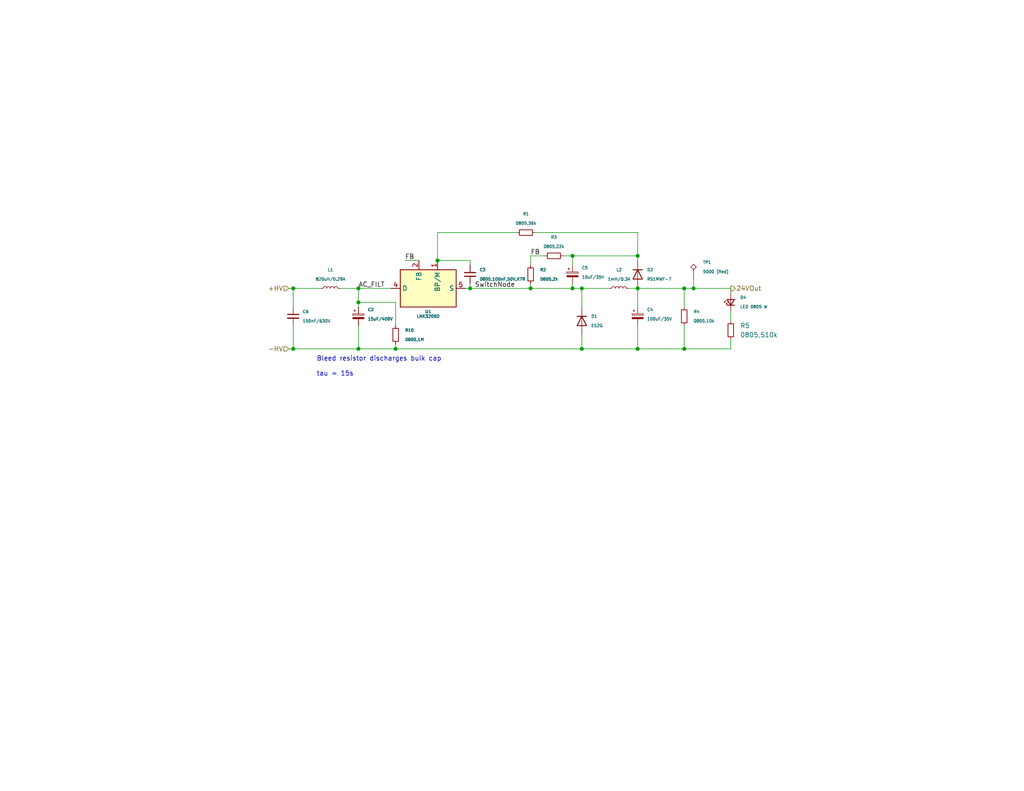
<source format=kicad_sch>
(kicad_sch (version 20230121) (generator eeschema)
  (paper "USLetter")
  (title_block (date "2023-12-30") (rev "A02"))
  (lib_symbols
    (symbol "Connector:TestPoint_Alt" (pin_numbers hide) (pin_names (offset 0.762) hide)
      (property "Reference" "TP" (at 0 6.858 0))
      (property "Value" "TestPoint_Alt" (at 0 5.08 0))
      (symbol "TestPoint_Alt_0_1"
        (polyline (pts (xy 0 2.54) (xy -0.762 3.302) (xy 0 4.064) (xy 0.762 3.302) (xy 0 2.54)))
      )
      (symbol "TestPoint_Alt_1_1"
        (pin passive line (at 0 0 90) (length 2.54) (name "1") (number "1"))
      )
    )
    (symbol "Device:C_Polarized_Small" (pin_numbers hide) (pin_names (offset 0.254) hide)
      (property "Reference" "C" (at 0.254 1.778 0))
      (property "Value" "C_Polarized_Small" (at 0.254 -2.032 0))
      (symbol "C_Polarized_Small_0_1"
        (rectangle (start -1.524 -0.3048) (end 1.524 -0.6858) (fill (type outline)))
        (rectangle (start -1.524 0.6858) (end 1.524 0.3048))
        (polyline (pts (xy -1.27 1.524) (xy -0.762 1.524)))
        (polyline (pts (xy -1.016 1.27) (xy -1.016 1.778)))
      )
      (symbol "C_Polarized_Small_1_1"
        (pin passive line (at 0 2.54 270) (length 1.8542) (name "~") (number "1"))
        (pin passive line (at 0 -2.54 90) (length 1.8542) (name "~") (number "2"))
      )
    )
    (symbol "Device:C_Small" (pin_numbers hide) (pin_names (offset 0.254) hide)
      (property "Reference" "C" (at 0.254 1.778 0))
      (property "Value" "C_Small" (at 0.254 -2.032 0))
      (symbol "C_Small_0_1"
        (polyline (pts (xy -1.524 -0.508) (xy 1.524 -0.508)) (stroke (width 0.3302)))
        (polyline (pts (xy -1.524 0.508) (xy 1.524 0.508)) (stroke (width 0.3048)))
      )
      (symbol "C_Small_1_1"
        (pin passive line (at 0 2.54 270) (length 2.032) (name "~") (number "1"))
        (pin passive line (at 0 -2.54 90) (length 2.032) (name "~") (number "2"))
      )
    )
    (symbol "Device:LED_Small" (pin_numbers hide) (pin_names (offset 0.254) hide)
      (property "Reference" "D" (at -1.27 3.175 0))
      (property "Value" "LED_Small" (at -4.445 -2.54 0))
      (symbol "LED_Small_0_1"
        (polyline (pts (xy -0.762 -1.016) (xy -0.762 1.016)) (stroke (width 0.254)))
        (polyline (pts (xy 1.016 0) (xy -0.762 0)))
        (polyline (pts (xy 0.762 -1.016) (xy -0.762 0) (xy 0.762 1.016) (xy 0.762 -1.016)) (stroke (width 0.254)))
        (polyline (pts (xy 0 0.762) (xy -0.508 1.27) (xy -0.254 1.27) (xy -0.508 1.27) (xy -0.508 1.016)))
        (polyline (pts (xy 0.508 1.27) (xy 0 1.778) (xy 0.254 1.778) (xy 0 1.778) (xy 0 1.524)))
      )
      (symbol "LED_Small_1_1"
        (pin passive line (at -2.54 0 0) (length 1.778) (name "K") (number "1"))
        (pin passive line (at 2.54 0 180) (length 1.778) (name "A") (number "2"))
      )
    )
    (symbol "Device:L_Small" (pin_numbers hide) (pin_names (offset 0.254) hide)
      (property "Reference" "L" (at 0.762 1.016 0))
      (property "Value" "L_Small" (at 0.762 -1.016 0))
      (symbol "L_Small_0_1"
        (arc (start 0 -2.032) (mid 0.5058 -1.524) (end 0 -1.016))
        (arc (start 0 -1.016) (mid 0.5058 -0.508) (end 0 0))
        (arc (start 0 0) (mid 0.5058 0.508) (end 0 1.016))
        (arc (start 0 1.016) (mid 0.5058 1.524) (end 0 2.032))
      )
      (symbol "L_Small_1_1"
        (pin passive line (at 0 2.54 270) (length 0.508) (name "~") (number "1"))
        (pin passive line (at 0 -2.54 90) (length 0.508) (name "~") (number "2"))
      )
    )
    (symbol "Diode:1N4005" (pin_numbers hide) (pin_names hide)
      (property "Reference" "D" (at 0 2.54 0))
      (property "Value" "1N4005" (at 0 -2.54 0))
      (symbol "1N4005_0_1"
        (polyline (pts (xy -1.27 1.27) (xy -1.27 -1.27)) (stroke (width 0.254)))
        (polyline (pts (xy 1.27 0) (xy -1.27 0)))
        (polyline (pts (xy 1.27 1.27) (xy 1.27 -1.27) (xy -1.27 0) (xy 1.27 1.27)) (stroke (width 0.254)))
      )
      (symbol "1N4005_1_1"
        (pin passive line (at -3.81 0 0) (length 2.54) (name "K") (number "1"))
        (pin passive line (at 3.81 0 180) (length 2.54) (name "A") (number "2"))
      )
    )
    (symbol "Diode:US2GA" (pin_numbers hide) (pin_names hide)
      (property "Reference" "D" (at 0 2.54 0))
      (property "Value" "US2GA" (at 0 -2.54 0))
      (symbol "US2GA_0_1"
        (polyline (pts (xy -1.27 1.27) (xy -1.27 -1.27)) (stroke (width 0.254)))
        (polyline (pts (xy 1.27 0) (xy -1.27 0)))
        (polyline (pts (xy 1.27 1.27) (xy 1.27 -1.27) (xy -1.27 0) (xy 1.27 1.27)) (stroke (width 0.254)))
      )
      (symbol "US2GA_1_1"
        (pin passive line (at -3.81 0 0) (length 2.54) (name "K") (number "1"))
        (pin passive line (at 3.81 0 180) (length 2.54) (name "A") (number "2"))
      )
    )
    (symbol "Regulator_Switching:LNK3206P"
      (property "Reference" "U" (at 0 -6.35 0))
      (property "Value" "LNK3206P" (at 0 -8.89 0))
      (symbol "LNK3206P_0_1"
        (rectangle (start -7.62 5.08) (end 7.62 -5.08) (stroke (width 0.254)) (fill (type background)))
      )
      (symbol "LNK3206P_1_1"
        (pin input line (at 2.54 7.62 270) (length 2.54) (name "BP/M") (number "1"))
        (pin input line (at -2.54 7.62 270) (length 2.54) (name "FB") (number "2"))
        (pin open_collector line (at -10.16 0 0) (length 2.54) (name "D") (number "4"))
        (pin power_in line (at 10.16 0 180) (length 2.54) (name "S") (number "5"))
        (pin passive line (at 10.16 0 180) (length 2.54) hide (name "S") (number "6"))
        (pin passive line (at 10.16 0 180) (length 2.54) hide (name "S") (number "7"))
        (pin passive line (at 10.16 0 180) (length 2.54) hide (name "S") (number "8"))
      )
    )
    (symbol "jlcpcb-basic-capacitor:0805,100nF,50V,X7R "
      (property "Reference" "C" (at 1.71 0.508 0))
      (property "Value" "0805,100nF,50V,X7R " (at 1.71 -1.016 0))
      (symbol "0805,100nF,50V,X7R _0_0"
        (polyline (pts (xy -1.524 -0.508) (xy 1.524 -0.508)) (stroke (width 0.3048)))
        (polyline (pts (xy -1.524 0.508) (xy 1.524 0.508)) (stroke (width 0.3048)))
        (pin passive line (at 0 2.54 270) (length 2.032) (name "~") (number "1"))
        (pin passive line (at 0 -2.54 90) (length 2.032) (name "~") (number "2"))
      )
    )
    (symbol "jlcpcb-basic-resistor:0805,10k"
      (property "Reference" "R" (at 0.762 0.508 0))
      (property "Value" "0805,10k" (at 0.762 -1.016 0))
      (symbol "0805,10k_0_0"
        (rectangle (start -0.762 1.778) (end 0.762 -1.778) (stroke (width 0.2032)))
        (pin passive line (at 0 2.54 270) (length 0.762) (name "~") (number "1"))
        (pin passive line (at 0 -2.54 90) (length 0.762) (name "~") (number "2"))
      )
    )
    (symbol "jlcpcb-basic-resistor:0805,1M"
      (property "Reference" "R" (at 0.762 0.508 0))
      (property "Value" "0805,1M" (at 0.762 -1.016 0))
      (symbol "0805,1M_0_0"
        (rectangle (start -0.762 1.778) (end 0.762 -1.778) (stroke (width 0.2032)))
        (pin passive line (at 0 2.54 270) (length 0.762) (name "~") (number "1"))
        (pin passive line (at 0 -2.54 90) (length 0.762) (name "~") (number "2"))
      )
    )
    (symbol "jlcpcb-basic-resistor:0805,22k"
      (property "Reference" "R" (at 0.762 0.508 0))
      (property "Value" "0805,22k" (at 0.762 -1.016 0))
      (symbol "0805,22k_0_0"
        (rectangle (start -0.762 1.778) (end 0.762 -1.778) (stroke (width 0.2032)))
        (pin passive line (at 0 2.54 270) (length 0.762) (name "~") (number "1"))
        (pin passive line (at 0 -2.54 90) (length 0.762) (name "~") (number "2"))
      )
    )
    (symbol "jlcpcb-basic-resistor:0805,2k"
      (property "Reference" "R" (at 0.762 0.508 0))
      (property "Value" "0805,2k" (at 0.762 -1.016 0))
      (symbol "0805,2k_0_0"
        (rectangle (start -0.762 1.778) (end 0.762 -1.778) (stroke (width 0.2032)))
        (pin passive line (at 0 2.54 270) (length 0.762) (name "~") (number "1"))
        (pin passive line (at 0 -2.54 90) (length 0.762) (name "~") (number "2"))
      )
    )
    (symbol "jlcpcb-basic-resistor:0805,36k"
      (property "Reference" "R" (at 0.762 0.508 0))
      (property "Value" "0805,36k" (at 0.762 -1.016 0))
      (symbol "0805,36k_0_0"
        (rectangle (start -0.762 1.778) (end 0.762 -1.778) (stroke (width 0.2032)))
        (pin passive line (at 0 2.54 270) (length 0.762) (name "~") (number "1"))
        (pin passive line (at 0 -2.54 90) (length 0.762) (name "~") (number "2"))
      )
    )
    (symbol "jlcpcb-basic-resistor:0805,510k"
      (property "Reference" "R" (at 0.762 0.508 0))
      (property "Value" "0805,510k" (at 0.762 -1.016 0))
      (symbol "0805,510k_0_0"
        (rectangle (start -0.762 1.778) (end 0.762 -1.778) (stroke (width 0.2032)))
        (pin passive line (at 0 2.54 270) (length 0.762) (name "~") (number "1"))
        (pin passive line (at 0 -2.54 90) (length 0.762) (name "~") (number "2"))
      )
    )
  )
  (junction (at 80.01 78.74))
  (junction (at 128.27 78.74))
  (junction (at 173.99 95.25))
  (junction (at 189.23 78.74))
  (junction (at 97.79 78.74))
  (junction (at 173.99 69.85))
  (junction (at 173.99 78.74))
  (junction (at 107.95 95.25))
  (junction (at 156.21 69.85))
  (junction (at 158.75 95.25))
  (junction (at 97.79 95.25))
  (junction (at 80.01 95.25))
  (junction (at 144.78 78.74))
  (junction (at 186.69 95.25))
  (junction (at 97.79 82.55))
  (junction (at 186.69 78.74))
  (junction (at 158.75 78.74))
  (junction (at 119.38 71.12))
  (junction (at 156.21 78.74))
  (wire (pts (xy 173.99 69.85) (xy 156.21 69.85)))
  (wire (pts (xy 128.27 71.12) (xy 128.27 72.39)))
  (wire (pts (xy 186.69 78.74) (xy 189.23 78.74)))
  (wire (pts (xy 173.99 69.85) (xy 173.99 71.12)))
  (wire (pts (xy 92.71 78.74) (xy 97.79 78.74)))
  (wire (pts (xy 127 78.74) (xy 128.27 78.74)))
  (wire (pts (xy 119.38 63.5) (xy 119.38 71.12)))
  (wire (pts (xy 171.45 78.74) (xy 173.99 78.74)))
  (wire (pts (xy 158.75 91.44) (xy 158.75 95.25)))
  (wire (pts (xy 97.79 78.74) (xy 106.68 78.74)))
  (wire (pts (xy 156.21 77.47) (xy 156.21 78.74)))
  (wire (pts (xy 140.97 63.5) (xy 119.38 63.5)))
  (wire (pts (xy 156.21 78.74) (xy 158.75 78.74)))
  (wire (pts (xy 173.99 78.74) (xy 186.69 78.74)))
  (wire (pts (xy 199.39 80.01) (xy 199.39 78.74)))
  (wire (pts (xy 80.01 78.74) (xy 80.01 83.82)))
  (wire (pts (xy 173.99 63.5) (xy 173.99 69.85)))
  (wire (pts (xy 186.69 83.82) (xy 186.69 78.74)))
  (wire (pts (xy 97.79 88.9) (xy 97.79 95.25)))
  (wire (pts (xy 97.79 95.25) (xy 107.95 95.25)))
  (wire (pts (xy 144.78 77.47) (xy 144.78 78.74)))
  (wire (pts (xy 199.39 92.71) (xy 199.39 95.25)))
  (wire (pts (xy 173.99 88.9) (xy 173.99 95.25)))
  (wire (pts (xy 189.23 76.2) (xy 189.23 78.74)))
  (wire (pts (xy 144.78 69.85) (xy 144.78 72.39)))
  (wire (pts (xy 107.95 88.9) (xy 107.95 82.55)))
  (wire (pts (xy 80.01 95.25) (xy 97.79 95.25)))
  (wire (pts (xy 186.69 88.9) (xy 186.69 95.25)))
  (wire (pts (xy 173.99 83.82) (xy 173.99 78.74)))
  (wire (pts (xy 97.79 78.74) (xy 97.79 82.55)))
  (wire (pts (xy 128.27 78.74) (xy 144.78 78.74)))
  (wire (pts (xy 189.23 78.74) (xy 199.39 78.74)))
  (wire (pts (xy 107.95 95.25) (xy 158.75 95.25)))
  (wire (pts (xy 128.27 78.74) (xy 128.27 77.47)))
  (wire (pts (xy 158.75 95.25) (xy 173.99 95.25)))
  (wire (pts (xy 158.75 78.74) (xy 166.37 78.74)))
  (wire (pts (xy 78.74 78.74) (xy 80.01 78.74)))
  (wire (pts (xy 78.74 95.25) (xy 80.01 95.25)))
  (wire (pts (xy 146.05 63.5) (xy 173.99 63.5)))
  (wire (pts (xy 80.01 88.9) (xy 80.01 95.25)))
  (wire (pts (xy 144.78 78.74) (xy 156.21 78.74)))
  (wire (pts (xy 156.21 69.85) (xy 153.67 69.85)))
  (wire (pts (xy 186.69 95.25) (xy 199.39 95.25)))
  (wire (pts (xy 110.49 71.12) (xy 114.3 71.12)))
  (wire (pts (xy 148.59 69.85) (xy 144.78 69.85)))
  (wire (pts (xy 156.21 69.85) (xy 156.21 72.39)))
  (wire (pts (xy 158.75 78.74) (xy 158.75 83.82)))
  (wire (pts (xy 199.39 85.09) (xy 199.39 87.63)))
  (wire (pts (xy 107.95 93.98) (xy 107.95 95.25)))
  (wire (pts (xy 128.27 71.12) (xy 119.38 71.12)))
  (wire (pts (xy 186.69 95.25) (xy 173.99 95.25)))
  (wire (pts (xy 107.95 82.55) (xy 97.79 82.55)))
  (wire (pts (xy 80.01 78.74) (xy 87.63 78.74)))
  (wire (pts (xy 97.79 82.55) (xy 97.79 83.82)))
  (text "Bleed resistor discharges bulk cap\n\ntau = 15s" (at 86.36 102.87 0) (effects (font (size 1.27 1.27)) (justify left bottom)))
  (label "FB" (at 110.49 71.12 0))
  (label "AC_FILT" (at 97.79 78.74 0))
  (label "SwitchNode" (at 129.54 78.74 0))
  (label "FB" (at 144.78 69.85 0))
  (hierarchical_label "-HV" (shape input) (at 78.74 95.25 180))
  (hierarchical_label "24VOut" (shape output) (at 199.39 78.74 0))
  (hierarchical_label "+HV" (shape input) (at 78.74 78.74 180))
  (symbol (lib_id "Connector:TestPoint_Alt") (at 189.23 76.2 0) (unit 1)
    (property "Reference" "TP1" (at 191.77 71.628 0) (effects (font (size 0.8 0.8)) (justify left)))
    (property "Value" "5000 (Red)" (at 191.77 74.168 0) (effects (font (size 0.8 0.8)) (justify left)))
    (property "Footprint" "TestPoint:TestPoint_Keystone_5000-5004_Miniature" (effects hide))
    (property "Datasheet" "https://www.lcsc.com/product-detail/Thimble-Copper-Rod-Test-Ring_ronghe-RH-5000_C5277086.html" (effects hide))
    (property "LCSC" "C5277086" (effects hide))
  )
  (symbol (lib_id "Diode:1N4005") (at 173.99 74.93 270) (unit 1)
    (property "Reference" "D2" (at 176.53 73.66 90) (effects (font (size 0.8 0.8)) (justify left)))
    (property "Value" "RS1MWF-7" (at 176.53 76.2 90) (effects (font (size 0.8 0.8)) (justify left)))
    (property "Footprint" "Diode_SMD:D_SOD-123F" (effects hide))
    (property "Datasheet" "https://datasheet.lcsc.com/lcsc/1912111437_Diodes-Incorporated-RS1MWF-7_C460736.pdf" (effects hide))
    (property "LCSC" "C460736" (effects hide))
  )
  (symbol (lib_id "Device:LED_Small") (at 199.39 82.55 90) (unit 1)
    (property "Reference" "D4" (at 201.93 81.2165 90) (effects (font (size 0.8 0.8)) (justify right)))
    (property "Value" "LED 0805 W" (at 201.93 83.7565 90) (effects (font (size 0.8 0.8)) (justify right)))
    (property "Footprint" "LED_SMD:LED_0805_2012Metric" (effects hide))
    (property "Datasheet" "https://datasheet.lcsc.com/lcsc/2305091500_Hubei-KENTO-Elec-KT-0805W_C34499.pdf" (effects hide))
    (property "LCSC" "C34499" (effects hide))
    (instances (project "Off-Line-RGB-LED-Driver" (path "" (reference "D4") (unit 1)) (path "" (reference "D3") (unit 1))))
  )
  (symbol (lib_id "jlcpcb-basic-resistor:0805,510k") (at 199.39 90.17 0) (unit 1)
    (property "Reference" "R5" (at 201.93 88.9 0) (effects (justify left)))
    (property "Value" "0805,510k" (at 201.93 91.44 0) (effects (justify left)))
    (property "Footprint" "R_0805_2012Metric" (effects hide))
    (property "Datasheet" "https://datasheet.lcsc.com/lcsc/2110251830_UNI-ROYAL-Uniroyal-Elec-0805W8F5103T5E_C17733.pdf" (effects hide))
    (property "LCSC" "C17733" (effects hide))
    (property "MFG" "UNI-ROYAL(Uniroyal Elec)" (effects hide))
    (property "MFGPN" "0805W8F5103T5E" (effects hide))
  )
  (symbol (lib_id "jlcpcb-basic-resistor:0805,36k") (at 143.51 63.5 90) (unit 1)
    (property "Reference" "R1" (at 143.51 58.42 90) (effects (font (size 0.8 0.8))))
    (property "Value" "0805,36k" (at 143.51 60.96 90) (effects (font (size 0.8 0.8))))
    (property "Footprint" "R_0805_2012Metric" (effects hide))
    (property "Datasheet" "https://datasheet.lcsc.com/lcsc/2110251730_UNI-ROYAL-Uniroyal-Elec-0805W8F3602T5E_C4360.pdf" (effects hide))
    (property "LCSC" "C4360" (effects hide))
    (property "MFG" "UNI-ROYAL(Uniroyal Elec)" (effects hide))
    (property "MFGPN" "0805W8F3602T5E" (effects hide))
  )
  (symbol (lib_id "Device:L_Small") (at 168.91 78.74 90) (unit 1)
    (property "Reference" "L2" (at 168.91 73.66 90) (effects (font (size 0.8 0.8))))
    (property "Value" "1mH/0.3A" (at 168.91 76.2 90) (effects (font (size 0.8 0.8))))
    (property "Footprint" "Inductor_THT:L_Radial_D9.5mm_P5.00mm_Fastron_07HVP" (effects hide))
    (property "Datasheet" "https://datasheet.lcsc.com/lcsc/2111181830_PROD-Tech-PDPTAT0810-102K_C2915649.pdf" (effects hide))
    (property "LCSC" "C2915649" (effects hide))
  )
  (symbol (lib_id "Device:C_Small") (at 80.01 86.36 0) (unit 1)
    (property "Reference" "C6" (at 82.55 85.0963 0) (effects (font (size 0.8 0.8)) (justify left)))
    (property "Value" "150nF/630V" (at 82.55 87.6363 0) (effects (font (size 0.8 0.8)) (justify left)))
    (property "Footprint" "Capacitor_THT:C_Rect_L13.0mm_W8.0mm_P10.00mm_FKS3_FKP3_MKS4" (effects hide))
    (property "Datasheet" "https://datasheet.lcsc.com/lcsc/2304140030_XIAMEN-FARATRONIC-C222J154K40C000_C280336.pdf" (effects hide))
    (property "LCSC" "C280336" (effects hide))
  )
  (symbol (lib_id "Device:L_Small") (at 90.17 78.74 90) (unit 1)
    (property "Reference" "L1" (at 90.17 73.66 90) (effects (font (size 0.8 0.8))))
    (property "Value" "820uH/0.29A" (at 90.17 76.2 90) (effects (font (size 0.8 0.8))))
    (property "Footprint" "Inductor_THT:L_Axial_L12.0mm_D5.0mm_P15.24mm_Horizontal_Fastron_MISC" (effects hide))
    (property "Datasheet" "https://datasheet.lcsc.com/lcsc/2212281609_XR-XR0510-821_C5339352.pdf" (effects hide))
    (property "LCSC" "C5339352" (effects hide))
  )
  (symbol (lib_id "jlcpcb-basic-resistor:0805,2k") (at 144.78 74.93 0) (unit 1)
    (property "Reference" "R2" (at 147.32 73.66 0) (effects (font (size 0.8 0.8)) (justify left)))
    (property "Value" "0805,2k" (at 147.32 76.2 0) (effects (font (size 0.8 0.8)) (justify left)))
    (property "Footprint" "R_0805_2012Metric" (effects hide))
    (property "Datasheet" "https://datasheet.lcsc.com/lcsc/2110251830_UNI-ROYAL-Uniroyal-Elec-0805W8F2001T5E_C17604.pdf" (effects hide))
    (property "LCSC" "C17604" (effects hide))
    (property "MFG" "UNI-ROYAL(Uniroyal Elec)" (effects hide))
    (property "MFGPN" "0805W8F2001T5E" (effects hide))
  )
  (symbol (lib_id "Regulator_Switching:LNK3206P") (at 116.84 78.74 0) (unit 1)
    (property "Reference" "U1" (at 116.84 85.09 0) (effects (font (size 0.8 0.8))))
    (property "Value" "LNK3206D" (at 116.84 86.36 0) (effects (font (size 0.8 0.8))))
    (property "Footprint" "Package_SO:PowerIntegrations_SO-8C" (effects hide))
    (property "Datasheet" "https://www.lcsc.com/product-detail/AC-DC-Controllers-Regulators_POWER-INTEGRATIONS-LNK3206D-TL_C2987730.html" (effects hide))
    (property "LCSC" "C2987730" (effects hide))
  )
  (symbol (lib_id "jlcpcb-basic-resistor:0805,1M") (at 107.95 91.44 0) (unit 1)
    (property "Reference" "R10" (at 110.49 90.17 0) (effects (font (size 0.8 0.8)) (justify left)))
    (property "Value" "0805,1M" (at 110.49 92.71 0) (effects (font (size 0.8 0.8)) (justify left)))
    (property "Footprint" "R_0805_2012Metric" (effects hide))
    (property "Datasheet" "https://datasheet.lcsc.com/lcsc/2110251730_UNI-ROYAL-Uniroyal-Elec-0805W8F1004T5E_C17514.pdf" (effects hide))
    (property "LCSC" "C17514" (effects hide))
    (property "MFG" "UNI-ROYAL(Uniroyal Elec)" (effects hide))
    (property "MFGPN" "0805W8F1004T5E" (effects hide))
  )
  (symbol (lib_id "jlcpcb-basic-resistor:0805,10k") (at 186.69 86.36 0) (unit 1)
    (property "Reference" "R4" (at 189.23 85.09 0) (effects (font (size 0.8 0.8)) (justify left)))
    (property "Value" "0805,10k" (at 189.23 87.63 0) (effects (font (size 0.8 0.8)) (justify left)))
    (property "Footprint" "R_0805_2012Metric" (effects hide))
    (property "Datasheet" "https://datasheet.lcsc.com/lcsc/2110251730_UNI-ROYAL-Uniroyal-Elec-0805W8F1002T5E_C17414.pdf" (effects hide))
    (property "LCSC" "C17414" (effects hide))
    (property "MFG" "UNI-ROYAL(Uniroyal Elec)" (effects hide))
    (property "MFGPN" "0805W8F1002T5E" (effects hide))
  )
  (symbol (lib_id "jlcpcb-basic-capacitor:0805,100nF,50V,X7R ") (at 128.27 74.93 0) (unit 1)
    (property "Reference" "C3" (at 130.81 73.66 0) (effects (font (size 0.8 0.8)) (justify left)))
    (property "Value" "0805,100nF,50V,X7R " (at 130.81 76.2 0) (effects (font (size 0.8 0.8)) (justify left)))
    (property "Footprint" "C_0805_2012Metric" (effects hide))
    (property "Datasheet" "https://datasheet.lcsc.com/lcsc/1810101813_YAGEO-CC0805KRX7R9BB104_C49678.pdf" (effects hide))
    (property "LCSC" "C49678" (effects hide))
    (property "MFGPN" "CC0805KRX7R9BB104" (effects hide))
  )
  (symbol (lib_id "Device:C_Polarized_Small") (at 173.99 86.36 0) (unit 1)
    (property "Reference" "C4" (at 176.53 84.5439 0) (effects (font (size 0.8 0.8)) (justify left)))
    (property "Value" "100uF/35V" (at 176.53 87.0839 0) (effects (font (size 0.8 0.8)) (justify left)))
    (property "Footprint" "Capacitor_THT:C_Radial_D6.3mm_H11.0mm_P2.50mm" (effects hide))
    (property "Datasheet" "https://www.lcsc.com/product-detail/Aluminum-Electrolytic-Capacitors-Leaded_CX-Dongguan-Chengxing-Elec-GR107M035E11RR0VH4FP0_C45075.html" (effects hide))
    (property "LCSC" "C45075" (effects hide))
    (instances (project "Off-Line-RGB-LED-Driver" (path "" (reference "C4") (unit 1)) (path "" (reference "C5") (unit 1))))
  )
  (symbol (lib_id "Device:C_Polarized_Small") (at 97.79 86.36 0) (unit 1)
    (property "Reference" "C2" (at 100.33 84.5439 0) (effects (font (size 0.8 0.8)) (justify left)))
    (property "Value" "15uF/400V" (at 100.33 87.0839 0) (effects (font (size 0.8 0.8)) (justify left)))
    (property "Footprint" "Capacitor_THT:CP_Radial_D8.0mm_P3.50mm" (effects hide))
    (property "Datasheet" "https://datasheet.lcsc.com/lcsc/2304140030_AISHI-Aihua-Group-ERK2GM150F14OT_C106583.pdf" (effects hide))
    (property "LCSC" "C106583" (effects hide))
    (property "MFGPN" "ERK2GM150F14OT" (effects hide))
  )
  (symbol (lib_id "Device:C_Polarized_Small") (at 156.21 74.93 0) (unit 1)
    (property "Reference" "C5" (at 158.75 73.1139 0) (effects (font (size 0.8 0.8)) (justify left)))
    (property "Value" "10uF/35V" (at 158.75 75.6539 0) (effects (font (size 0.8 0.8)) (justify left)))
    (property "Footprint" "Capacitor_SMD:CP_Elec_6.3x5.4" (effects hide))
    (property "Datasheet" "https://datasheet.lcsc.com/lcsc/2304140030_ROQANG-RVT1H100M0605_C72488.pdf" (effects hide))
    (property "LCSC" "C72488" (effects hide))
    (instances (project "Off-Line-RGB-LED-Driver" (path "" (reference "C5") (unit 1)) (path "" (reference "C4") (unit 1))))
  )
  (symbol (lib_id "jlcpcb-basic-resistor:0805,22k") (at 151.13 69.85 90) (unit 1)
    (property "Reference" "R3" (at 151.13 64.77 90) (effects (font (size 0.8 0.8))))
    (property "Value" "0805,22k" (at 151.13 67.31 90) (effects (font (size 0.8 0.8))))
    (property "Footprint" "R_0805_2012Metric" (effects hide))
    (property "Datasheet" "https://datasheet.lcsc.com/lcsc/2110251830_UNI-ROYAL-Uniroyal-Elec-0805W8F2202T5E_C17560.pdf" (effects hide))
    (property "LCSC" "C17560" (effects hide))
    (property "MFG" "UNI-ROYAL(Uniroyal Elec)" (effects hide))
    (property "MFGPN" "0805W8F2202T5E" (effects hide))
  )
  (symbol (lib_id "Diode:US2GA") (at 158.75 87.63 270) (unit 1)
    (property "Reference" "D1" (at 161.29 86.36 90) (effects (font (size 0.8 0.8)) (justify left)))
    (property "Value" "ES2G" (at 161.29 88.9 90) (effects (font (size 0.8 0.8)) (justify left)))
    (property "Footprint" "Diode_SMD:D_SMA" (effects hide))
    (property "Datasheet" "https://datasheet.lcsc.com/lcsc/2303141100_MDD-Microdiode-Electronics--ES2G_C49264.pdf" (effects hide))
    (property "LCSC" "C49264" (effects hide))
  )
)
</source>
